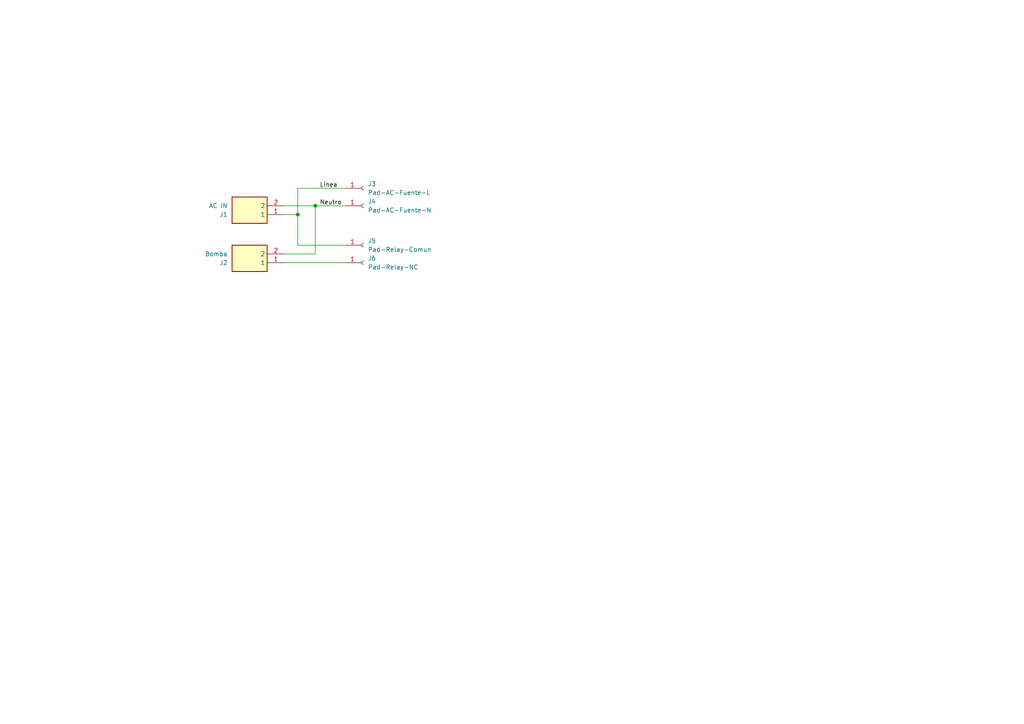
<source format=kicad_sch>
(kicad_sch (version 20250114) (generator "eeschema") (generator_version "9.0")
  (paper "A4")
  (lib_symbols
    (symbol "Connector:Conn_01x01_Socket" (pin_names (offset 1.016) (hide yes))
      (property "Reference" "J" (at 0 2.54 0))
      (property "Value" "Conn_01x01_Socket" (at 0 -2.54 0))
      (symbol "Conn_01x01_Socket_1_1"
        (polyline (pts (xy -1.27 0) (xy -0.508 0)) (stroke (width 0.1524)))
        (arc (start 0 -0.508) (mid -0.5058 0) (end 0 0.508) (stroke (width 0.1524)))
        (pin passive line (at -5.08 0 0) (length 3.81) (name "Pin_1") (number "1"))
      )
    )
    (symbol "Samacsys:TB004-750-02GR"
      (property "Reference" "J" (at 16.51 7.62 0))
      (property "Value" "TB004-750-02GR" (at 16.51 5.08 0))
      (symbol "TB004-750-02GR_1_1"
        (rectangle (start 5.08 2.54) (end 15.24 -5.08) (stroke (width 0.254)) (fill (type background)))
        (pin passive line (at 0 0 0) (length 5.08) (name "1") (number "1"))
        (pin passive line (at 0 -2.54 0) (length 5.08) (name "2") (number "2"))
      )
    )
  )
  (junction (at 86.36 62.23))
  (junction (at 91.44 59.69))
  (wire (pts (xy 91.44 59.69) (xy 91.44 73.66)))
  (wire (pts (xy 100.33 54.61) (xy 86.36 54.61)))
  (wire (pts (xy 100.33 76.2) (xy 82.55 76.2)))
  (wire (pts (xy 86.36 71.12) (xy 86.36 62.23)))
  (wire (pts (xy 86.36 54.61) (xy 86.36 62.23)))
  (wire (pts (xy 82.55 59.69) (xy 91.44 59.69)))
  (wire (pts (xy 82.55 73.66) (xy 91.44 73.66)))
  (wire (pts (xy 91.44 59.69) (xy 100.33 59.69)))
  (wire (pts (xy 86.36 71.12) (xy 100.33 71.12)))
  (wire (pts (xy 82.55 62.23) (xy 86.36 62.23)))
  (label "Neutro" (at 92.71 59.69 0))
  (label "Linea" (at 92.71 54.61 0))
  (symbol (lib_id "Samacsys:TB004-750-02GR") (at 82.55 62.23 180) (unit 1)
    (property "Reference" "J1" (at 66.04 62.2301 0) (effects (justify left)))
    (property "Value" "AC IN" (at 66.04 59.6901 0) (effects (justify left)))
    (property "Footprint" "Samacsys:TB00475002GR" (effects (hide yes)))
    (property "Datasheet" "https://www.digikey.in/en/products/detail/same-sky-formerly-cui-devices/TB004-750-02GR/25805480" (effects (hide yes)))
    (property "Description" "Fixed Terminal Blocks 2 Poles, Screw Type, Horizontal, 7.50 mm Pitch, 24-12 (AWG)" (effects (hide yes)))
    (property "Height" "14.5" (effects (hide yes)))
    (property "Mouser Part Number" "179-TB004-750-02GR" (effects (hide yes)))
    (property "Mouser Price/Stock" "https://www.mouser.co.uk/ProductDetail/Same-Sky/TB004-750-02GR?qs=%252BXxaIXUDbq2vyEQ2cptGkg%3D%3D" (effects (hide yes)))
    (property "Manufacturer_Name" "Same Sky" (effects (hide yes)))
    (property "Manufacturer_Part_Number" "TB004-750-02GR" (effects (hide yes)))
  )
  (symbol (lib_id "Connector:Conn_01x01_Socket") (at 105.41 71.12 0) (unit 1)
    (property "Reference" "J5" (at 106.68 69.8499 0) (effects (justify left)))
    (property "Value" "Pad-Relay-Comun" (at 106.68 72.3899 0) (effects (justify left)))
    (property "Footprint" "TestPoint:TestPoint_THTPad_D4.0mm_Drill2.0mm" (effects (hide yes)))
    (property "Description" "Generic connector, single row, 01x01, script generated" (effects (hide yes)))
  )
  (symbol (lib_id "Connector:Conn_01x01_Socket") (at 105.41 59.69 0) (unit 1)
    (property "Reference" "J4" (at 106.68 58.4199 0) (effects (justify left)))
    (property "Value" "Pad-AC-Fuente-N" (at 106.68 60.9599 0) (effects (justify left)))
    (property "Footprint" "TestPoint:TestPoint_THTPad_D4.0mm_Drill2.0mm" (effects (hide yes)))
    (property "Description" "Generic connector, single row, 01x01, script generated" (effects (hide yes)))
  )
  (symbol (lib_id "Samacsys:TB004-750-02GR") (at 82.55 76.2 180) (unit 1)
    (property "Reference" "J2" (at 66.04 76.2001 0) (effects (justify left)))
    (property "Value" "Bomba" (at 66.04 73.6601 0) (effects (justify left)))
    (property "Footprint" "Samacsys:TB00475002GR" (effects (hide yes)))
    (property "Datasheet" "https://www.digikey.in/en/products/detail/same-sky-formerly-cui-devices/TB004-750-02GR/25805480" (effects (hide yes)))
    (property "Description" "Fixed Terminal Blocks 2 Poles, Screw Type, Horizontal, 7.50 mm Pitch, 24-12 (AWG)" (effects (hide yes)))
    (property "Height" "14.5" (effects (hide yes)))
    (property "Mouser Part Number" "179-TB004-750-02GR" (effects (hide yes)))
    (property "Mouser Price/Stock" "https://www.mouser.co.uk/ProductDetail/Same-Sky/TB004-750-02GR?qs=%252BXxaIXUDbq2vyEQ2cptGkg%3D%3D" (effects (hide yes)))
    (property "Manufacturer_Name" "Same Sky" (effects (hide yes)))
    (property "Manufacturer_Part_Number" "TB004-750-02GR" (effects (hide yes)))
  )
  (symbol (lib_id "Connector:Conn_01x01_Socket") (at 105.41 54.61 0) (unit 1)
    (property "Reference" "J3" (at 106.68 53.3399 0) (effects (justify left)))
    (property "Value" "Pad-AC-Fuente-L" (at 106.68 55.8799 0) (effects (justify left)))
    (property "Footprint" "TestPoint:TestPoint_THTPad_D4.0mm_Drill2.0mm" (effects (hide yes)))
    (property "Description" "Generic connector, single row, 01x01, script generated" (effects (hide yes)))
  )
  (symbol (lib_id "Connector:Conn_01x01_Socket") (at 105.41 76.2 0) (unit 1)
    (property "Reference" "J6" (at 106.68 74.9299 0) (effects (justify left)))
    (property "Value" "Pad-Relay-NC" (at 106.68 77.4699 0) (effects (justify left)))
    (property "Footprint" "TestPoint:TestPoint_THTPad_D4.0mm_Drill2.0mm" (effects (hide yes)))
    (property "Description" "Generic connector, single row, 01x01, script generated" (effects (hide yes)))
  )
)
</source>
